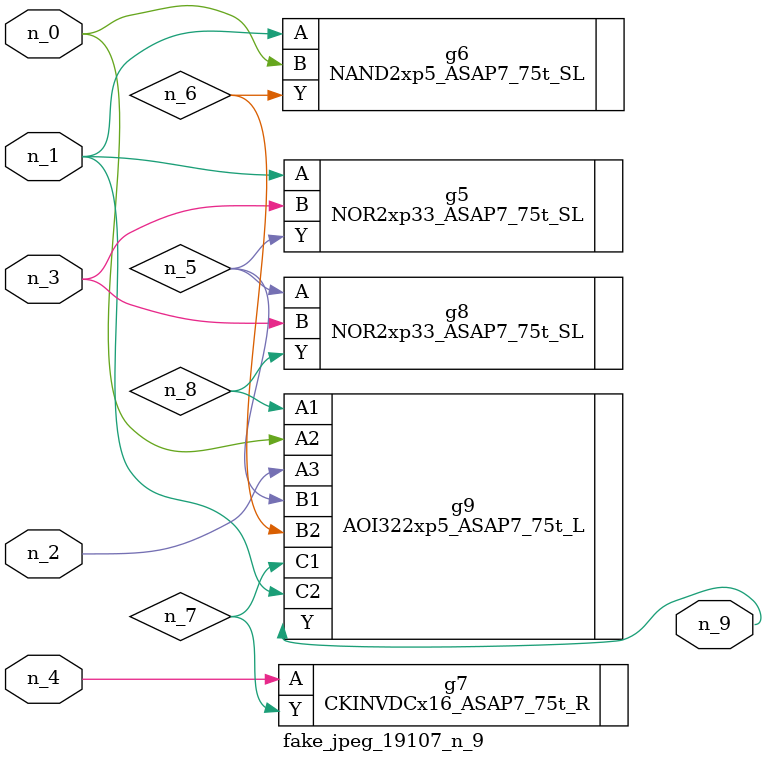
<source format=v>
module fake_jpeg_19107_n_9 (n_3, n_2, n_1, n_0, n_4, n_9);

input n_3;
input n_2;
input n_1;
input n_0;
input n_4;

output n_9;

wire n_8;
wire n_6;
wire n_5;
wire n_7;

NOR2xp33_ASAP7_75t_SL g5 ( 
.A(n_1),
.B(n_3),
.Y(n_5)
);

NAND2xp5_ASAP7_75t_SL g6 ( 
.A(n_1),
.B(n_0),
.Y(n_6)
);

CKINVDCx16_ASAP7_75t_R g7 ( 
.A(n_4),
.Y(n_7)
);

NOR2xp33_ASAP7_75t_SL g8 ( 
.A(n_5),
.B(n_3),
.Y(n_8)
);

AOI322xp5_ASAP7_75t_L g9 ( 
.A1(n_8),
.A2(n_0),
.A3(n_2),
.B1(n_5),
.B2(n_6),
.C1(n_7),
.C2(n_1),
.Y(n_9)
);


endmodule
</source>
